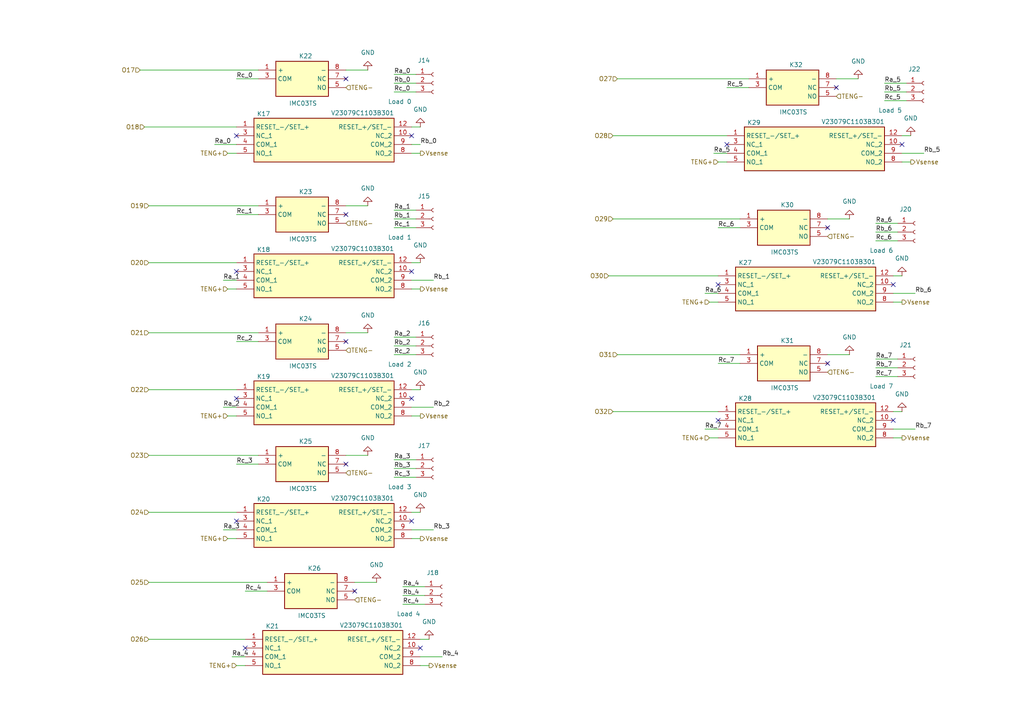
<source format=kicad_sch>
(kicad_sch (version 20231120) (generator "eeschema") (generator_version "8.0")
  (paper "A4")
  (lib_symbols
    (symbol "Connector:Conn_01x03_Socket" (pin_names (offset 1.016) hide)
      (property "Reference" "J" (at 0 5.08 0))
      (property "Value" "Conn_01x03_Socket" (at 0 -5.08 0))
      (symbol "Conn_01x03_Socket_1_1"
        (arc (start 0 -2.032) (mid -0.5058 -2.54) (end 0 -3.048) (stroke (width 0.1524)))
        (polyline (pts (xy -1.27 -2.54) (xy -0.508 -2.54)) (stroke (width 0.1524)))
        (polyline (pts (xy -1.27 0) (xy -0.508 0)) (stroke (width 0.1524)))
        (polyline (pts (xy -1.27 2.54) (xy -0.508 2.54)) (stroke (width 0.1524)))
        (arc (start 0 0.508) (mid -0.5058 0) (end 0 -0.508) (stroke (width 0.1524)))
        (arc (start 0 3.048) (mid -0.5058 2.54) (end 0 2.032) (stroke (width 0.1524)))
        (pin passive line (at -5.08 2.54 0) (length 3.81) (name "Pin_1") (number "1"))
        (pin passive line (at -5.08 0 0) (length 3.81) (name "Pin_2") (number "2"))
        (pin passive line (at -5.08 -2.54 0) (length 3.81) (name "Pin_3") (number "3"))
      )
    )
    (symbol "SamacSys_Parts:IMC03TS"
      (property "Reference" "K" (at 21.59 7.62 0))
      (property "Value" "IMC03TS" (at 21.59 5.08 0))
      (symbol "IMC03TS_1_1"
        (rectangle (start 5.08 2.54) (end 20.32 -7.62) (stroke (width 0.254)) (fill (type background)))
        (pin passive line (at 0 0 0) (length 5.08) (name "+") (number "1"))
        (pin passive line (at 0 -2.54 0) (length 5.08) (name "COM") (number "3"))
        (pin passive line (at 25.4 -5.08 180) (length 5.08) (name "NO") (number "5"))
        (pin no_connect line (at 25.4 -2.54 180) (length 5.08) (name "NC") (number "7"))
        (pin passive line (at 25.4 0 180) (length 5.08) (name "-") (number "8"))
      )
    )
    (symbol "SamacSys_Parts:V23079C1103B301"
      (property "Reference" "K" (at 46.99 7.62 0))
      (property "Value" "V23079C1103B301" (at 46.99 5.08 0))
      (symbol "V23079C1103B301_1_1"
        (rectangle (start 5.08 2.54) (end 45.72 -10.16) (stroke (width 0.254)) (fill (type background)))
        (pin passive line (at 0 0 0) (length 5.08) (name "RESET_-/SET_+") (number "1"))
        (pin passive line (at 50.8 -2.54 180) (length 5.08) (name "NC_2") (number "10"))
        (pin passive line (at 50.8 0 180) (length 5.08) (name "RESET_+/SET_-") (number "12"))
        (pin passive line (at 0 -2.54 0) (length 5.08) (name "NC_1") (number "3"))
        (pin passive line (at 0 -5.08 0) (length 5.08) (name "COM_1") (number "4"))
        (pin passive line (at 0 -7.62 0) (length 5.08) (name "NO_1") (number "5"))
        (pin passive line (at 50.8 -7.62 180) (length 5.08) (name "NO_2") (number "8"))
        (pin passive line (at 50.8 -5.08 180) (length 5.08) (name "COM_2") (number "9"))
      )
    )
    (symbol "power:GND" (power) (pin_numbers hide) (pin_names (offset 0) hide)
      (property "Value" "GND" (at 0 -3.81 0))
      (symbol "GND_0_1"
        (polyline (pts (xy 0 0) (xy 0 -1.27) (xy 1.27 -1.27) (xy 0 -2.54) (xy -1.27 -1.27) (xy 0 -1.27)))
      )
      (symbol "GND_1_1"
        (pin power_in line (at 0 0 270) (length 0) (name "~") (number "1"))
      )
    )
  )
  (no_connect (at 208.28 82.55))
  (no_connect (at 102.87 171.45))
  (no_connect (at 121.92 187.96))
  (no_connect (at 119.38 115.57))
  (no_connect (at 68.58 78.74))
  (no_connect (at 242.57 25.4))
  (no_connect (at 119.38 151.13))
  (no_connect (at 100.33 134.62))
  (no_connect (at 68.58 39.37))
  (no_connect (at 100.33 22.86))
  (no_connect (at 259.08 82.55))
  (no_connect (at 71.12 187.96))
  (no_connect (at 259.08 121.92))
  (no_connect (at 208.28 121.92))
  (no_connect (at 100.33 62.23))
  (no_connect (at 240.03 66.04))
  (no_connect (at 68.58 115.57))
  (no_connect (at 210.82 41.91))
  (no_connect (at 240.03 105.41))
  (no_connect (at 119.38 78.74))
  (no_connect (at 261.62 41.91))
  (no_connect (at 68.58 151.13))
  (no_connect (at 100.33 99.06))
  (no_connect (at 119.38 39.37))
  (wire (pts (xy 66.04 44.45) (xy 68.58 44.45)))
  (wire (pts (xy 106.68 59.69) (xy 100.33 59.69)))
  (wire (pts (xy 208.28 105.41) (xy 214.63 105.41)))
  (wire (pts (xy 246.38 102.87) (xy 240.03 102.87)))
  (wire (pts (xy 121.92 76.2) (xy 119.38 76.2)))
  (wire (pts (xy 119.38 81.28) (xy 125.73 81.28)))
  (wire (pts (xy 254 67.31) (xy 260.35 67.31)))
  (wire (pts (xy 114.3 102.87) (xy 120.65 102.87)))
  (wire (pts (xy 254 106.68) (xy 260.35 106.68)))
  (wire (pts (xy 64.77 118.11) (xy 68.58 118.11)))
  (wire (pts (xy 121.92 156.21) (xy 119.38 156.21)))
  (wire (pts (xy 246.38 63.5) (xy 240.03 63.5)))
  (wire (pts (xy 114.3 135.89) (xy 120.65 135.89)))
  (wire (pts (xy 124.46 193.04) (xy 121.92 193.04)))
  (wire (pts (xy 66.04 120.65) (xy 68.58 120.65)))
  (wire (pts (xy 179.07 22.86) (xy 217.17 22.86)))
  (wire (pts (xy 43.18 148.59) (xy 68.58 148.59)))
  (wire (pts (xy 114.3 97.79) (xy 120.65 97.79)))
  (wire (pts (xy 254 109.22) (xy 260.35 109.22)))
  (wire (pts (xy 119.38 118.11) (xy 125.73 118.11)))
  (wire (pts (xy 208.28 46.99) (xy 210.82 46.99)))
  (wire (pts (xy 248.92 22.86) (xy 242.57 22.86)))
  (wire (pts (xy 114.3 100.33) (xy 120.65 100.33)))
  (wire (pts (xy 43.18 59.69) (xy 74.93 59.69)))
  (wire (pts (xy 204.47 85.09) (xy 208.28 85.09)))
  (wire (pts (xy 177.8 119.38) (xy 208.28 119.38)))
  (wire (pts (xy 114.3 60.96) (xy 120.65 60.96)))
  (wire (pts (xy 121.92 120.65) (xy 119.38 120.65)))
  (wire (pts (xy 116.84 175.26) (xy 123.19 175.26)))
  (wire (pts (xy 261.62 80.01) (xy 259.08 80.01)))
  (wire (pts (xy 119.38 153.67) (xy 125.73 153.67)))
  (wire (pts (xy 114.3 26.67) (xy 120.65 26.67)))
  (wire (pts (xy 114.3 138.43) (xy 120.65 138.43)))
  (wire (pts (xy 68.58 193.04) (xy 71.12 193.04)))
  (wire (pts (xy 106.68 20.32) (xy 100.33 20.32)))
  (wire (pts (xy 121.92 83.82) (xy 119.38 83.82)))
  (wire (pts (xy 40.64 20.32) (xy 74.93 20.32)))
  (wire (pts (xy 43.18 96.52) (xy 74.93 96.52)))
  (wire (pts (xy 121.92 148.59) (xy 119.38 148.59)))
  (wire (pts (xy 207.01 44.45) (xy 210.82 44.45)))
  (wire (pts (xy 205.74 127) (xy 208.28 127)))
  (wire (pts (xy 121.92 190.5) (xy 128.27 190.5)))
  (wire (pts (xy 205.74 87.63) (xy 208.28 87.63)))
  (wire (pts (xy 177.8 63.5) (xy 214.63 63.5)))
  (wire (pts (xy 109.22 168.91) (xy 102.87 168.91)))
  (wire (pts (xy 43.18 168.91) (xy 77.47 168.91)))
  (wire (pts (xy 256.54 29.21) (xy 262.89 29.21)))
  (wire (pts (xy 121.92 41.91) (xy 119.38 41.91)))
  (wire (pts (xy 68.58 99.06) (xy 74.93 99.06)))
  (wire (pts (xy 68.58 134.62) (xy 74.93 134.62)))
  (wire (pts (xy 124.46 185.42) (xy 121.92 185.42)))
  (wire (pts (xy 259.08 85.09) (xy 265.43 85.09)))
  (wire (pts (xy 121.92 44.45) (xy 119.38 44.45)))
  (wire (pts (xy 114.3 63.5) (xy 120.65 63.5)))
  (wire (pts (xy 43.18 132.08) (xy 74.93 132.08)))
  (wire (pts (xy 261.62 44.45) (xy 267.97 44.45)))
  (wire (pts (xy 261.62 119.38) (xy 259.08 119.38)))
  (wire (pts (xy 256.54 24.13) (xy 262.89 24.13)))
  (wire (pts (xy 261.62 127) (xy 259.08 127)))
  (wire (pts (xy 66.04 156.21) (xy 68.58 156.21)))
  (wire (pts (xy 264.16 39.37) (xy 261.62 39.37)))
  (wire (pts (xy 43.18 185.42) (xy 71.12 185.42)))
  (wire (pts (xy 67.31 190.5) (xy 71.12 190.5)))
  (wire (pts (xy 43.18 113.03) (xy 68.58 113.03)))
  (wire (pts (xy 116.84 172.72) (xy 123.19 172.72)))
  (wire (pts (xy 121.92 113.03) (xy 119.38 113.03)))
  (wire (pts (xy 254 104.14) (xy 260.35 104.14)))
  (wire (pts (xy 116.84 170.18) (xy 123.19 170.18)))
  (wire (pts (xy 114.3 24.13) (xy 120.65 24.13)))
  (wire (pts (xy 254 64.77) (xy 260.35 64.77)))
  (wire (pts (xy 68.58 62.23) (xy 74.93 62.23)))
  (wire (pts (xy 66.04 83.82) (xy 68.58 83.82)))
  (wire (pts (xy 121.92 36.83) (xy 119.38 36.83)))
  (wire (pts (xy 254 69.85) (xy 260.35 69.85)))
  (wire (pts (xy 259.08 124.46) (xy 265.43 124.46)))
  (wire (pts (xy 204.47 124.46) (xy 208.28 124.46)))
  (wire (pts (xy 114.3 21.59) (xy 120.65 21.59)))
  (wire (pts (xy 64.77 81.28) (xy 68.58 81.28)))
  (wire (pts (xy 43.18 76.2) (xy 68.58 76.2)))
  (wire (pts (xy 62.23 41.91) (xy 68.58 41.91)))
  (wire (pts (xy 106.68 132.08) (xy 100.33 132.08)))
  (wire (pts (xy 177.8 39.37) (xy 210.82 39.37)))
  (wire (pts (xy 256.54 26.67) (xy 262.89 26.67)))
  (wire (pts (xy 106.68 96.52) (xy 100.33 96.52)))
  (wire (pts (xy 176.53 80.01) (xy 208.28 80.01)))
  (wire (pts (xy 261.62 87.63) (xy 259.08 87.63)))
  (wire (pts (xy 41.91 36.83) (xy 68.58 36.83)))
  (wire (pts (xy 71.12 171.45) (xy 77.47 171.45)))
  (wire (pts (xy 68.58 22.86) (xy 74.93 22.86)))
  (wire (pts (xy 179.07 102.87) (xy 214.63 102.87)))
  (wire (pts (xy 64.77 153.67) (xy 68.58 153.67)))
  (wire (pts (xy 264.16 46.99) (xy 261.62 46.99)))
  (wire (pts (xy 114.3 133.35) (xy 120.65 133.35)))
  (wire (pts (xy 210.82 25.4) (xy 217.17 25.4)))
  (wire (pts (xy 114.3 66.04) (xy 120.65 66.04)))
  (wire (pts (xy 208.28 66.04) (xy 214.63 66.04)))
  (label "Ra_4" (at 67.31 190.5 0))
  (label "Rc_3" (at 114.3 138.43 0))
  (label "Rc_7" (at 208.28 105.41 0))
  (label "Ra_1" (at 64.77 81.28 0))
  (label "Ra_1" (at 114.3 60.96 0))
  (label "Ra_7" (at 204.47 124.46 0))
  (label "Rc_2" (at 68.58 99.06 0))
  (label "Rb_3" (at 114.3 135.89 0))
  (label "Rb_2" (at 125.73 118.11 0))
  (label "Rb_1" (at 125.73 81.28 0))
  (label "Ra_6" (at 254 64.77 0))
  (label "Ra_4" (at 116.84 170.18 0))
  (label "Rc_6" (at 254 69.85 0))
  (label "Rc_3" (at 68.58 134.62 0))
  (label "Ra_2" (at 64.77 118.11 0))
  (label "Rb_7" (at 254 106.68 0))
  (label "Rc_4" (at 71.12 171.45 0))
  (label "Rc_0" (at 114.3 26.67 0))
  (label "Rb_6" (at 254 67.31 0))
  (label "Rc_6" (at 208.28 66.04 0))
  (label "Rc_7" (at 254 109.22 0))
  (label "Ra_6" (at 204.47 85.09 0))
  (label "Ra_2" (at 114.3 97.79 0))
  (label "Rb_0" (at 114.3 24.13 0))
  (label "Ra_5" (at 207.01 44.45 0))
  (label "Ra_3" (at 64.77 153.67 0))
  (label "Rb_1" (at 114.3 63.5 0))
  (label "Rb_4" (at 128.27 190.5 0))
  (label "Rc_1" (at 114.3 66.04 0))
  (label "Rc_4" (at 116.84 175.26 0))
  (label "Rb_5" (at 256.54 26.67 0))
  (label "Ra_0" (at 62.23 41.91 0))
  (label "Ra_3" (at 114.3 133.35 0))
  (label "Rb_0" (at 121.92 41.91 0))
  (label "Rb_4" (at 116.84 172.72 0))
  (label "Rb_2" (at 114.3 100.33 0))
  (label "Rb_7" (at 265.43 124.46 0))
  (label "Ra_5" (at 256.54 24.13 0))
  (label "Rc_2" (at 114.3 102.87 0))
  (label "Rb_3" (at 125.73 153.67 0))
  (label "Rc_5" (at 210.82 25.4 0))
  (label "Rc_5" (at 256.54 29.21 0))
  (label "Ra_7" (at 254 104.14 0))
  (label "Rc_0" (at 68.58 22.86 0))
  (label "Rc_1" (at 68.58 62.23 0))
  (label "Rb_6" (at 265.43 85.09 0))
  (label "Ra_0" (at 114.3 21.59 0))
  (label "Rb_5" (at 267.97 44.45 0))
  (hierarchical_label "O18" (shape input) (at 41.91 36.83 180))
  (hierarchical_label "TENG+" (shape input) (at 66.04 120.65 180))
  (hierarchical_label "O23" (shape input) (at 43.18 132.08 180))
  (hierarchical_label "O28" (shape input) (at 177.8 39.37 180))
  (hierarchical_label "O26" (shape input) (at 43.18 185.42 180))
  (hierarchical_label "TENG+" (shape input) (at 66.04 44.45 180))
  (hierarchical_label "TENG-" (shape input) (at 100.33 137.16 0))
  (hierarchical_label "O20" (shape input) (at 43.18 76.2 180))
  (hierarchical_label "O21" (shape input) (at 43.18 96.52 180))
  (hierarchical_label "O19" (shape input) (at 43.18 59.69 180))
  (hierarchical_label "Vsense" (shape output) (at 264.16 46.99 0))
  (hierarchical_label "Vsense" (shape output) (at 121.92 156.21 0))
  (hierarchical_label "TENG-" (shape input) (at 100.33 64.77 0))
  (hierarchical_label "TENG+" (shape input) (at 66.04 156.21 180))
  (hierarchical_label "TENG-" (shape input) (at 240.03 68.58 0))
  (hierarchical_label "O22" (shape input) (at 43.18 113.03 180))
  (hierarchical_label "O32" (shape input) (at 177.8 119.38 180))
  (hierarchical_label "O25" (shape input) (at 43.18 168.91 180))
  (hierarchical_label "O27" (shape input) (at 179.07 22.86 180))
  (hierarchical_label "TENG-" (shape input) (at 240.03 107.95 0))
  (hierarchical_label "Vsense" (shape output) (at 121.92 44.45 0))
  (hierarchical_label "TENG-" (shape input) (at 100.33 25.4 0))
  (hierarchical_label "Vsense" (shape output) (at 121.92 120.65 0))
  (hierarchical_label "O31" (shape input) (at 179.07 102.87 180))
  (hierarchical_label "TENG-" (shape input) (at 242.57 27.94 0))
  (hierarchical_label "TENG+" (shape input) (at 66.04 83.82 180))
  (hierarchical_label "O30" (shape input) (at 176.53 80.01 180))
  (hierarchical_label "TENG+" (shape input) (at 205.74 127 180))
  (hierarchical_label "O24" (shape input) (at 43.18 148.59 180))
  (hierarchical_label "Vsense" (shape output) (at 261.62 87.63 0))
  (hierarchical_label "Vsense" (shape output) (at 121.92 83.82 0))
  (hierarchical_label "Vsense" (shape output) (at 261.62 127 0))
  (hierarchical_label "TENG+" (shape input) (at 68.58 193.04 180))
  (hierarchical_label "TENG+" (shape input) (at 205.74 87.63 180))
  (hierarchical_label "TENG-" (shape input) (at 100.33 101.6 0))
  (hierarchical_label "O29" (shape input) (at 177.8 63.5 180))
  (hierarchical_label "Vsense" (shape output) (at 124.46 193.04 0))
  (hierarchical_label "TENG+" (shape input) (at 208.28 46.99 180))
  (hierarchical_label "O17" (shape input) (at 40.64 20.32 180))
  (hierarchical_label "TENG-" (shape input) (at 102.87 173.99 0))
  (symbol (lib_id "power:GND") (at 121.92 113.03 0) (mirror x) (unit 1)
    (property "Reference" "#PWR019" (effects (hide yes)))
    (property "Value" "GND" (at 121.92 107.95 0))
    (property "Description" "Power symbol creates a global label with name \"GND\" , ground" (effects (hide yes)))
  )
  (symbol (lib_id "power:GND") (at 106.68 20.32 0) (mirror x) (unit 1)
    (property "Reference" "#PWR06" (effects (hide yes)))
    (property "Value" "GND" (at 106.68 15.24 0))
    (property "Description" "Power symbol creates a global label with name \"GND\" , ground" (effects (hide yes)))
  )
  (symbol (lib_id "SamacSys_Parts:V23079C1103B301") (at 68.58 76.2 0) (unit 1)
    (property "Reference" "K18" (at 76.454 72.39 0))
    (property "Value" "V23079C1103B301" (at 105.156 72.136 0))
    (property "Footprint" "SamacSys_Parts:V23079A1001B301" (effects (hide yes)))
    (property "Datasheet" "https://www.te.com/commerce/DocumentDelivery/DDEController?Action=showdoc&DocId=Specification+Or+Standard%7F108-98002%7FZ5%7Fpdf%7FEnglish%7FENG_SS_108-98002_Z5.pdf%7F4-1393788-8" (effects (hide yes)))
    (property "Description" "Relay,signal,PCB,DPDT,2A,12Vdc,latching" (effects (hide yes)))
    (property "Height" "9" (effects (hide yes)))
    (property "Manufacturer_Name" "TE Connectivity" (effects (hide yes)))
    (property "Manufacturer_Part_Number" "V23079C1103B301" (effects (hide yes)))
    (property "Mouser Part Number" "655-V23079C1103B301" (effects (hide yes)))
    (property "Mouser Price/Stock" "https://www.mouser.co.uk/ProductDetail/TE-Connectivity-PB/V23079C1103B301?qs=CNrsY6Bml5mJjfpRR1yORw%3D%3D" (effects (hide yes)))
    (property "Arrow Part Number" "V23079C1103B301" (effects (hide yes)))
    (property "Arrow Price/Stock" "https://www.arrow.com/en/products/v23079c1103b301/te-connectivity?region=nac" (effects (hide yes)))
  )
  (symbol (lib_id "power:GND") (at 261.62 80.01 0) (mirror x) (unit 1)
    (property "Reference" "#PWR031" (effects (hide yes)))
    (property "Value" "GND" (at 261.62 74.93 0))
    (property "Description" "Power symbol creates a global label with name \"GND\" , ground" (effects (hide yes)))
  )
  (symbol (lib_id "SamacSys_Parts:V23079C1103B301") (at 71.12 185.42 0) (unit 1)
    (property "Reference" "K21" (at 78.994 181.61 0))
    (property "Value" "V23079C1103B301" (at 107.696 181.356 0))
    (property "Footprint" "SamacSys_Parts:V23079A1001B301" (effects (hide yes)))
    (property "Datasheet" "https://www.te.com/commerce/DocumentDelivery/DDEController?Action=showdoc&DocId=Specification+Or+Standard%7F108-98002%7FZ5%7Fpdf%7FEnglish%7FENG_SS_108-98002_Z5.pdf%7F4-1393788-8" (effects (hide yes)))
    (property "Description" "Relay,signal,PCB,DPDT,2A,12Vdc,latching" (effects (hide yes)))
    (property "Height" "9" (effects (hide yes)))
    (property "Manufacturer_Name" "TE Connectivity" (effects (hide yes)))
    (property "Manufacturer_Part_Number" "V23079C1103B301" (effects (hide yes)))
    (property "Mouser Part Number" "655-V23079C1103B301" (effects (hide yes)))
    (property "Mouser Price/Stock" "https://www.mouser.co.uk/ProductDetail/TE-Connectivity-PB/V23079C1103B301?qs=CNrsY6Bml5mJjfpRR1yORw%3D%3D" (effects (hide yes)))
    (property "Arrow Part Number" "V23079C1103B301" (effects (hide yes)))
    (property "Arrow Price/Stock" "https://www.arrow.com/en/products/v23079c1103b301/te-connectivity?region=nac" (effects (hide yes)))
  )
  (symbol (lib_id "SamacSys_Parts:V23079C1103B301") (at 208.28 119.38 0) (unit 1)
    (property "Reference" "K28" (at 216.154 115.57 0))
    (property "Value" "V23079C1103B301" (at 244.856 115.316 0))
    (property "Footprint" "SamacSys_Parts:V23079A1001B301" (effects (hide yes)))
    (property "Datasheet" "https://www.te.com/commerce/DocumentDelivery/DDEController?Action=showdoc&DocId=Specification+Or+Standard%7F108-98002%7FZ5%7Fpdf%7FEnglish%7FENG_SS_108-98002_Z5.pdf%7F4-1393788-8" (effects (hide yes)))
    (property "Description" "Relay,signal,PCB,DPDT,2A,12Vdc,latching" (effects (hide yes)))
    (property "Height" "9" (effects (hide yes)))
    (property "Manufacturer_Name" "TE Connectivity" (effects (hide yes)))
    (property "Manufacturer_Part_Number" "V23079C1103B301" (effects (hide yes)))
    (property "Mouser Part Number" "655-V23079C1103B301" (effects (hide yes)))
    (property "Mouser Price/Stock" "https://www.mouser.co.uk/ProductDetail/TE-Connectivity-PB/V23079C1103B301?qs=CNrsY6Bml5mJjfpRR1yORw%3D%3D" (effects (hide yes)))
    (property "Arrow Part Number" "V23079C1103B301" (effects (hide yes)))
    (property "Arrow Price/Stock" "https://www.arrow.com/en/products/v23079c1103b301/te-connectivity?region=nac" (effects (hide yes)))
  )
  (symbol (lib_id "power:GND") (at 106.68 59.69 0) (mirror x) (unit 1)
    (property "Reference" "#PWR07" (effects (hide yes)))
    (property "Value" "GND" (at 106.68 54.61 0))
    (property "Description" "Power symbol creates a global label with name \"GND\" , ground" (effects (hide yes)))
  )
  (symbol (lib_id "power:GND") (at 264.16 39.37 0) (mirror x) (unit 1)
    (property "Reference" "#PWR044" (effects (hide yes)))
    (property "Value" "GND" (at 264.16 34.29 0))
    (property "Description" "Power symbol creates a global label with name \"GND\" , ground" (effects (hide yes)))
  )
  (symbol (lib_id "power:GND") (at 121.92 148.59 0) (mirror x) (unit 1)
    (property "Reference" "#PWR022" (effects (hide yes)))
    (property "Value" "GND" (at 121.92 143.51 0))
    (property "Description" "Power symbol creates a global label with name \"GND\" , ground" (effects (hide yes)))
  )
  (symbol (lib_id "power:GND") (at 124.46 185.42 0) (mirror x) (unit 1)
    (property "Reference" "#PWR023" (effects (hide yes)))
    (property "Value" "GND" (at 124.46 180.34 0))
    (property "Description" "Power symbol creates a global label with name \"GND\" , ground" (effects (hide yes)))
  )
  (symbol (lib_id "Connector:Conn_01x03_Socket") (at 265.43 67.31 0) (unit 1)
    (property "Reference" "J20" (at 260.858 60.706 0) (effects (justify left)))
    (property "Value" "Load 6" (at 252.222 72.644 0) (effects (justify left)))
    (property "Footprint" "Connector_PinHeader_2.54mm:PinHeader_1x03_P2.54mm_Vertical" (effects (hide yes)))
    (property "Description" "Generic connector, single row, 01x03, script generated" (effects (hide yes)))
  )
  (symbol (lib_id "Connector:Conn_01x03_Socket") (at 125.73 100.33 0) (unit 1)
    (property "Reference" "J16" (at 121.158 93.726 0) (effects (justify left)))
    (property "Value" "Load 2" (at 112.522 105.664 0) (effects (justify left)))
    (property "Footprint" "Connector_PinHeader_2.54mm:PinHeader_1x03_P2.54mm_Vertical" (effects (hide yes)))
    (property "Description" "Generic connector, single row, 01x03, script generated" (effects (hide yes)))
  )
  (symbol (lib_id "power:GND") (at 246.38 63.5 0) (mirror x) (unit 1)
    (property "Reference" "#PWR026" (effects (hide yes)))
    (property "Value" "GND" (at 246.38 58.42 0))
    (property "Description" "Power symbol creates a global label with name \"GND\" , ground" (effects (hide yes)))
  )
  (symbol (lib_id "SamacSys_Parts:IMC03TS") (at 74.93 20.32 0) (unit 1)
    (property "Reference" "K22" (at 88.646 16.256 0))
    (property "Value" "IMC03TS" (at 87.884 29.972 0))
    (property "Footprint" "SamacSys_Parts:IMC03TS" (effects (hide yes)))
    (property "Datasheet" "https://componentsearchengine.com/Datasheets/1/IMC03TS.pdf" (effects (hide yes)))
    (property "Description" "TE CONNECTIVITY - IMC03TS - RELAY, SIGNAL, SPDT, 30VDC, 2A" (effects (hide yes)))
    (property "Height" "5" (effects (hide yes)))
    (property "Manufacturer_Name" "TE Connectivity" (effects (hide yes)))
    (property "Manufacturer_Part_Number" "IMC03TS" (effects (hide yes)))
    (property "Mouser Part Number" "655-IMC03TS" (effects (hide yes)))
    (property "Mouser Price/Stock" "https://www.mouser.co.uk/ProductDetail/TE-Connectivity/IMC03TS?qs=cjQ5B1jJSzR1ZiTl5Tzf3w%3D%3D" (effects (hide yes)))
    (property "Arrow Part Number" "IMC03TS" (effects (hide yes)))
    (property "Arrow Price/Stock" "https://www.arrow.com/en/products/imc03ts/te-connectivity?region=nac" (effects (hide yes)))
  )
  (symbol (lib_id "SamacSys_Parts:V23079C1103B301") (at 68.58 148.59 0) (unit 1)
    (property "Reference" "K20" (at 76.454 144.78 0))
    (property "Value" "V23079C1103B301" (at 105.156 144.526 0))
    (property "Footprint" "SamacSys_Parts:V23079A1001B301" (effects (hide yes)))
    (property "Datasheet" "https://www.te.com/commerce/DocumentDelivery/DDEController?Action=showdoc&DocId=Specification+Or+Standard%7F108-98002%7FZ5%7Fpdf%7FEnglish%7FENG_SS_108-98002_Z5.pdf%7F4-1393788-8" (effects (hide yes)))
    (property "Description" "Relay,signal,PCB,DPDT,2A,12Vdc,latching" (effects (hide yes)))
    (property "Height" "9" (effects (hide yes)))
    (property "Manufacturer_Name" "TE Connectivity" (effects (hide yes)))
    (property "Manufacturer_Part_Number" "V23079C1103B301" (effects (hide yes)))
    (property "Mouser Part Number" "655-V23079C1103B301" (effects (hide yes)))
    (property "Mouser Price/Stock" "https://www.mouser.co.uk/ProductDetail/TE-Connectivity-PB/V23079C1103B301?qs=CNrsY6Bml5mJjfpRR1yORw%3D%3D" (effects (hide yes)))
    (property "Arrow Part Number" "V23079C1103B301" (effects (hide yes)))
    (property "Arrow Price/Stock" "https://www.arrow.com/en/products/v23079c1103b301/te-connectivity?region=nac" (effects (hide yes)))
  )
  (symbol (lib_id "SamacSys_Parts:IMC03TS") (at 74.93 59.69 0) (unit 1)
    (property "Reference" "K23" (at 88.646 55.626 0))
    (property "Value" "IMC03TS" (at 87.884 69.342 0))
    (property "Footprint" "SamacSys_Parts:IMC03TS" (effects (hide yes)))
    (property "Datasheet" "https://componentsearchengine.com/Datasheets/1/IMC03TS.pdf" (effects (hide yes)))
    (property "Description" "TE CONNECTIVITY - IMC03TS - RELAY, SIGNAL, SPDT, 30VDC, 2A" (effects (hide yes)))
    (property "Height" "5" (effects (hide yes)))
    (property "Manufacturer_Name" "TE Connectivity" (effects (hide yes)))
    (property "Manufacturer_Part_Number" "IMC03TS" (effects (hide yes)))
    (property "Mouser Part Number" "655-IMC03TS" (effects (hide yes)))
    (property "Mouser Price/Stock" "https://www.mouser.co.uk/ProductDetail/TE-Connectivity/IMC03TS?qs=cjQ5B1jJSzR1ZiTl5Tzf3w%3D%3D" (effects (hide yes)))
    (property "Arrow Part Number" "IMC03TS" (effects (hide yes)))
    (property "Arrow Price/Stock" "https://www.arrow.com/en/products/imc03ts/te-connectivity?region=nac" (effects (hide yes)))
  )
  (symbol (lib_id "Connector:Conn_01x03_Socket") (at 128.27 172.72 0) (unit 1)
    (property "Reference" "J18" (at 123.698 166.116 0) (effects (justify left)))
    (property "Value" "Load 4" (at 115.062 178.054 0) (effects (justify left)))
    (property "Footprint" "Connector_PinHeader_2.54mm:PinHeader_1x03_P2.54mm_Vertical" (effects (hide yes)))
    (property "Description" "Generic connector, single row, 01x03, script generated" (effects (hide yes)))
  )
  (symbol (lib_id "power:GND") (at 106.68 96.52 0) (mirror x) (unit 1)
    (property "Reference" "#PWR010" (effects (hide yes)))
    (property "Value" "GND" (at 106.68 91.44 0))
    (property "Description" "Power symbol creates a global label with name \"GND\" , ground" (effects (hide yes)))
  )
  (symbol (lib_id "power:GND") (at 109.22 168.91 0) (mirror x) (unit 1)
    (property "Reference" "#PWR014" (effects (hide yes)))
    (property "Value" "GND" (at 109.22 163.83 0))
    (property "Description" "Power symbol creates a global label with name \"GND\" , ground" (effects (hide yes)))
  )
  (symbol (lib_id "SamacSys_Parts:V23079C1103B301") (at 210.82 39.37 0) (unit 1)
    (property "Reference" "K29" (at 218.694 35.56 0))
    (property "Value" "V23079C1103B301" (at 247.396 35.306 0))
    (property "Footprint" "SamacSys_Parts:V23079A1001B301" (effects (hide yes)))
    (property "Datasheet" "https://www.te.com/commerce/DocumentDelivery/DDEController?Action=showdoc&DocId=Specification+Or+Standard%7F108-98002%7FZ5%7Fpdf%7FEnglish%7FENG_SS_108-98002_Z5.pdf%7F4-1393788-8" (effects (hide yes)))
    (property "Description" "Relay,signal,PCB,DPDT,2A,12Vdc,latching" (effects (hide yes)))
    (property "Height" "9" (effects (hide yes)))
    (property "Manufacturer_Name" "TE Connectivity" (effects (hide yes)))
    (property "Manufacturer_Part_Number" "V23079C1103B301" (effects (hide yes)))
    (property "Mouser Part Number" "655-V23079C1103B301" (effects (hide yes)))
    (property "Mouser Price/Stock" "https://www.mouser.co.uk/ProductDetail/TE-Connectivity-PB/V23079C1103B301?qs=CNrsY6Bml5mJjfpRR1yORw%3D%3D" (effects (hide yes)))
    (property "Arrow Part Number" "V23079C1103B301" (effects (hide yes)))
    (property "Arrow Price/Stock" "https://www.arrow.com/en/products/v23079c1103b301/te-connectivity?region=nac" (effects (hide yes)))
  )
  (symbol (lib_id "SamacSys_Parts:IMC03TS") (at 74.93 96.52 0) (unit 1)
    (property "Reference" "K24" (at 88.646 92.456 0))
    (property "Value" "IMC03TS" (at 87.884 106.172 0))
    (property "Footprint" "SamacSys_Parts:IMC03TS" (effects (hide yes)))
    (property "Datasheet" "https://componentsearchengine.com/Datasheets/1/IMC03TS.pdf" (effects (hide yes)))
    (property "Description" "TE CONNECTIVITY - IMC03TS - RELAY, SIGNAL, SPDT, 30VDC, 2A" (effects (hide yes)))
    (property "Height" "5" (effects (hide yes)))
    (property "Manufacturer_Name" "TE Connectivity" (effects (hide yes)))
    (property "Manufacturer_Part_Number" "IMC03TS" (effects (hide yes)))
    (property "Mouser Part Number" "655-IMC03TS" (effects (hide yes)))
    (property "Mouser Price/Stock" "https://www.mouser.co.uk/ProductDetail/TE-Connectivity/IMC03TS?qs=cjQ5B1jJSzR1ZiTl5Tzf3w%3D%3D" (effects (hide yes)))
    (property "Arrow Part Number" "IMC03TS" (effects (hide yes)))
    (property "Arrow Price/Stock" "https://www.arrow.com/en/products/imc03ts/te-connectivity?region=nac" (effects (hide yes)))
  )
  (symbol (lib_id "SamacSys_Parts:V23079C1103B301") (at 208.28 80.01 0) (unit 1)
    (property "Reference" "K27" (at 216.154 76.2 0))
    (property "Value" "V23079C1103B301" (at 244.856 75.946 0))
    (property "Footprint" "SamacSys_Parts:V23079A1001B301" (effects (hide yes)))
    (property "Datasheet" "https://www.te.com/commerce/DocumentDelivery/DDEController?Action=showdoc&DocId=Specification+Or+Standard%7F108-98002%7FZ5%7Fpdf%7FEnglish%7FENG_SS_108-98002_Z5.pdf%7F4-1393788-8" (effects (hide yes)))
    (property "Description" "Relay,signal,PCB,DPDT,2A,12Vdc,latching" (effects (hide yes)))
    (property "Height" "9" (effects (hide yes)))
    (property "Manufacturer_Name" "TE Connectivity" (effects (hide yes)))
    (property "Manufacturer_Part_Number" "V23079C1103B301" (effects (hide yes)))
    (property "Mouser Part Number" "655-V23079C1103B301" (effects (hide yes)))
    (property "Mouser Price/Stock" "https://www.mouser.co.uk/ProductDetail/TE-Connectivity-PB/V23079C1103B301?qs=CNrsY6Bml5mJjfpRR1yORw%3D%3D" (effects (hide yes)))
    (property "Arrow Part Number" "V23079C1103B301" (effects (hide yes)))
    (property "Arrow Price/Stock" "https://www.arrow.com/en/products/v23079c1103b301/te-connectivity?region=nac" (effects (hide yes)))
  )
  (symbol (lib_id "power:GND") (at 248.92 22.86 0) (mirror x) (unit 1)
    (property "Reference" "#PWR030" (effects (hide yes)))
    (property "Value" "GND" (at 248.92 17.78 0))
    (property "Description" "Power symbol creates a global label with name \"GND\" , ground" (effects (hide yes)))
  )
  (symbol (lib_id "power:GND") (at 246.38 102.87 0) (mirror x) (unit 1)
    (property "Reference" "#PWR027" (effects (hide yes)))
    (property "Value" "GND" (at 246.38 97.79 0))
    (property "Description" "Power symbol creates a global label with name \"GND\" , ground" (effects (hide yes)))
  )
  (symbol (lib_id "Connector:Conn_01x03_Socket") (at 265.43 106.68 0) (unit 1)
    (property "Reference" "J21" (at 260.858 100.076 0) (effects (justify left)))
    (property "Value" "Load 7" (at 252.222 112.014 0) (effects (justify left)))
    (property "Footprint" "Connector_PinHeader_2.54mm:PinHeader_1x03_P2.54mm_Vertical" (effects (hide yes)))
    (property "Description" "Generic connector, single row, 01x03, script generated" (effects (hide yes)))
  )
  (symbol (lib_id "SamacSys_Parts:V23079C1103B301") (at 68.58 113.03 0) (unit 1)
    (property "Reference" "K19" (at 76.454 109.22 0))
    (property "Value" "V23079C1103B301" (at 105.156 108.966 0))
    (property "Footprint" "SamacSys_Parts:V23079A1001B301" (effects (hide yes)))
    (property "Datasheet" "https://www.te.com/commerce/DocumentDelivery/DDEController?Action=showdoc&DocId=Specification+Or+Standard%7F108-98002%7FZ5%7Fpdf%7FEnglish%7FENG_SS_108-98002_Z5.pdf%7F4-1393788-8" (effects (hide yes)))
    (property "Description" "Relay,signal,PCB,DPDT,2A,12Vdc,latching" (effects (hide yes)))
    (property "Height" "9" (effects (hide yes)))
    (property "Manufacturer_Name" "TE Connectivity" (effects (hide yes)))
    (property "Manufacturer_Part_Number" "V23079C1103B301" (effects (hide yes)))
    (property "Mouser Part Number" "655-V23079C1103B301" (effects (hide yes)))
    (property "Mouser Price/Stock" "https://www.mouser.co.uk/ProductDetail/TE-Connectivity-PB/V23079C1103B301?qs=CNrsY6Bml5mJjfpRR1yORw%3D%3D" (effects (hide yes)))
    (property "Arrow Part Number" "V23079C1103B301" (effects (hide yes)))
    (property "Arrow Price/Stock" "https://www.arrow.com/en/products/v23079c1103b301/te-connectivity?region=nac" (effects (hide yes)))
  )
  (symbol (lib_id "SamacSys_Parts:IMC03TS") (at 74.93 132.08 0) (unit 1)
    (property "Reference" "K25" (at 88.646 128.016 0))
    (property "Value" "IMC03TS" (at 87.884 141.732 0))
    (property "Footprint" "SamacSys_Parts:IMC03TS" (effects (hide yes)))
    (property "Datasheet" "https://componentsearchengine.com/Datasheets/1/IMC03TS.pdf" (effects (hide yes)))
    (property "Description" "TE CONNECTIVITY - IMC03TS - RELAY, SIGNAL, SPDT, 30VDC, 2A" (effects (hide yes)))
    (property "Height" "5" (effects (hide yes)))
    (property "Manufacturer_Name" "TE Connectivity" (effects (hide yes)))
    (property "Manufacturer_Part_Number" "IMC03TS" (effects (hide yes)))
    (property "Mouser Part Number" "655-IMC03TS" (effects (hide yes)))
    (property "Mouser Price/Stock" "https://www.mouser.co.uk/ProductDetail/TE-Connectivity/IMC03TS?qs=cjQ5B1jJSzR1ZiTl5Tzf3w%3D%3D" (effects (hide yes)))
    (property "Arrow Part Number" "IMC03TS" (effects (hide yes)))
    (property "Arrow Price/Stock" "https://www.arrow.com/en/products/imc03ts/te-connectivity?region=nac" (effects (hide yes)))
  )
  (symbol (lib_id "power:GND") (at 106.68 132.08 0) (mirror x) (unit 1)
    (property "Reference" "#PWR011" (effects (hide yes)))
    (property "Value" "GND" (at 106.68 127 0))
    (property "Description" "Power symbol creates a global label with name \"GND\" , ground" (effects (hide yes)))
  )
  (symbol (lib_id "SamacSys_Parts:IMC03TS") (at 217.17 22.86 0) (unit 1)
    (property "Reference" "K32" (at 230.886 18.796 0))
    (property "Value" "IMC03TS" (at 230.124 32.512 0))
    (property "Footprint" "SamacSys_Parts:IMC03TS" (effects (hide yes)))
    (property "Datasheet" "https://componentsearchengine.com/Datasheets/1/IMC03TS.pdf" (effects (hide yes)))
    (property "Description" "TE CONNECTIVITY - IMC03TS - RELAY, SIGNAL, SPDT, 30VDC, 2A" (effects (hide yes)))
    (property "Height" "5" (effects (hide yes)))
    (property "Manufacturer_Name" "TE Connectivity" (effects (hide yes)))
    (property "Manufacturer_Part_Number" "IMC03TS" (effects (hide yes)))
    (property "Mouser Part Number" "655-IMC03TS" (effects (hide yes)))
    (property "Mouser Price/Stock" "https://www.mouser.co.uk/ProductDetail/TE-Connectivity/IMC03TS?qs=cjQ5B1jJSzR1ZiTl5Tzf3w%3D%3D" (effects (hide yes)))
    (property "Arrow Part Number" "IMC03TS" (effects (hide yes)))
    (property "Arrow Price/Stock" "https://www.arrow.com/en/products/imc03ts/te-connectivity?region=nac" (effects (hide yes)))
  )
  (symbol (lib_id "SamacSys_Parts:IMC03TS") (at 77.47 168.91 0) (unit 1)
    (property "Reference" "K26" (at 91.186 164.846 0))
    (property "Value" "IMC03TS" (at 90.424 178.562 0))
    (property "Footprint" "SamacSys_Parts:IMC03TS" (effects (hide yes)))
    (property "Datasheet" "https://componentsearchengine.com/Datasheets/1/IMC03TS.pdf" (effects (hide yes)))
    (property "Description" "TE CONNECTIVITY - IMC03TS - RELAY, SIGNAL, SPDT, 30VDC, 2A" (effects (hide yes)))
    (property "Height" "5" (effects (hide yes)))
    (property "Manufacturer_Name" "TE Connectivity" (effects (hide yes)))
    (property "Manufacturer_Part_Number" "IMC03TS" (effects (hide yes)))
    (property "Mouser Part Number" "655-IMC03TS" (effects (hide yes)))
    (property "Mouser Price/Stock" "https://www.mouser.co.uk/ProductDetail/TE-Connectivity/IMC03TS?qs=cjQ5B1jJSzR1ZiTl5Tzf3w%3D%3D" (effects (hide yes)))
    (property "Arrow Part Number" "IMC03TS" (effects (hide yes)))
    (property "Arrow Price/Stock" "https://www.arrow.com/en/products/imc03ts/te-connectivity?region=nac" (effects (hide yes)))
  )
  (symbol (lib_id "power:GND") (at 121.92 76.2 0) (mirror x) (unit 1)
    (property "Reference" "#PWR018" (effects (hide yes)))
    (property "Value" "GND" (at 121.92 71.12 0))
    (property "Description" "Power symbol creates a global label with name \"GND\" , ground" (effects (hide yes)))
  )
  (symbol (lib_id "Connector:Conn_01x03_Socket") (at 267.97 26.67 0) (unit 1)
    (property "Reference" "J22" (at 263.398 20.066 0) (effects (justify left)))
    (property "Value" "Load 5" (at 254.762 32.004 0) (effects (justify left)))
    (property "Footprint" "Connector_PinHeader_2.54mm:PinHeader_1x03_P2.54mm_Vertical" (effects (hide yes)))
    (property "Description" "Generic connector, single row, 01x03, script generated" (effects (hide yes)))
  )
  (symbol (lib_id "SamacSys_Parts:IMC03TS") (at 214.63 63.5 0) (unit 1)
    (property "Reference" "K30" (at 228.346 59.436 0))
    (property "Value" "IMC03TS" (at 227.584 73.152 0))
    (property "Footprint" "SamacSys_Parts:IMC03TS" (effects (hide yes)))
    (property "Datasheet" "https://componentsearchengine.com/Datasheets/1/IMC03TS.pdf" (effects (hide yes)))
    (property "Description" "TE CONNECTIVITY - IMC03TS - RELAY, SIGNAL, SPDT, 30VDC, 2A" (effects (hide yes)))
    (property "Height" "5" (effects (hide yes)))
    (property "Manufacturer_Name" "TE Connectivity" (effects (hide yes)))
    (property "Manufacturer_Part_Number" "IMC03TS" (effects (hide yes)))
    (property "Mouser Part Number" "655-IMC03TS" (effects (hide yes)))
    (property "Mouser Price/Stock" "https://www.mouser.co.uk/ProductDetail/TE-Connectivity/IMC03TS?qs=cjQ5B1jJSzR1ZiTl5Tzf3w%3D%3D" (effects (hide yes)))
    (property "Arrow Part Number" "IMC03TS" (effects (hide yes)))
    (property "Arrow Price/Stock" "https://www.arrow.com/en/products/imc03ts/te-connectivity?region=nac" (effects (hide yes)))
  )
  (symbol (lib_id "SamacSys_Parts:IMC03TS") (at 214.63 102.87 0) (unit 1)
    (property "Reference" "K31" (at 228.346 98.806 0))
    (property "Value" "IMC03TS" (at 227.584 112.522 0))
    (property "Footprint" "SamacSys_Parts:IMC03TS" (effects (hide yes)))
    (property "Datasheet" "https://componentsearchengine.com/Datasheets/1/IMC03TS.pdf" (effects (hide yes)))
    (property "Description" "TE CONNECTIVITY - IMC03TS - RELAY, SIGNAL, SPDT, 30VDC, 2A" (effects (hide yes)))
    (property "Height" "5" (effects (hide yes)))
    (property "Manufacturer_Name" "TE Connectivity" (effects (hide yes)))
    (property "Manufacturer_Part_Number" "IMC03TS" (effects (hide yes)))
    (property "Mouser Part Number" "655-IMC03TS" (effects (hide yes)))
    (property "Mouser Price/Stock" "https://www.mouser.co.uk/ProductDetail/TE-Connectivity/IMC03TS?qs=cjQ5B1jJSzR1ZiTl5Tzf3w%3D%3D" (effects (hide yes)))
    (property "Arrow Part Number" "IMC03TS" (effects (hide yes)))
    (property "Arrow Price/Stock" "https://www.arrow.com/en/products/imc03ts/te-connectivity?region=nac" (effects (hide yes)))
  )
  (symbol (lib_id "Connector:Conn_01x03_Socket") (at 125.73 24.13 0) (unit 1)
    (property "Reference" "J14" (at 121.158 17.526 0) (effects (justify left)))
    (property "Value" "Load 0" (at 112.522 29.464 0) (effects (justify left)))
    (property "Footprint" "Connector_PinHeader_2.54mm:PinHeader_1x03_P2.54mm_Vertical" (effects (hide yes)))
    (property "Description" "Generic connector, single row, 01x03, script generated" (effects (hide yes)))
  )
  (symbol (lib_id "SamacSys_Parts:V23079C1103B301") (at 68.58 36.83 0) (unit 1)
    (property "Reference" "K17" (at 76.454 33.02 0))
    (property "Value" "V23079C1103B301" (at 105.156 32.766 0))
    (property "Footprint" "SamacSys_Parts:V23079A1001B301" (effects (hide yes)))
    (property "Datasheet" "https://www.te.com/commerce/DocumentDelivery/DDEController?Action=showdoc&DocId=Specification+Or+Standard%7F108-98002%7FZ5%7Fpdf%7FEnglish%7FENG_SS_108-98002_Z5.pdf%7F4-1393788-8" (effects (hide yes)))
    (property "Description" "Relay,signal,PCB,DPDT,2A,12Vdc,latching" (effects (hide yes)))
    (property "Height" "9" (effects (hide yes)))
    (property "Manufacturer_Name" "TE Connectivity" (effects (hide yes)))
    (property "Manufacturer_Part_Number" "V23079C1103B301" (effects (hide yes)))
    (property "Mouser Part Number" "655-V23079C1103B301" (effects (hide yes)))
    (property "Mouser Price/Stock" "https://www.mouser.co.uk/ProductDetail/TE-Connectivity-PB/V23079C1103B301?qs=CNrsY6Bml5mJjfpRR1yORw%3D%3D" (effects (hide yes)))
    (property "Arrow Part Number" "V23079C1103B301" (effects (hide yes)))
    (property "Arrow Price/Stock" "https://www.arrow.com/en/products/v23079c1103b301/te-connectivity?region=nac" (effects (hide yes)))
  )
  (symbol (lib_id "Connector:Conn_01x03_Socket") (at 125.73 135.89 0) (unit 1)
    (property "Reference" "J17" (at 121.158 129.286 0) (effects (justify left)))
    (property "Value" "Load 3" (at 112.522 141.224 0) (effects (justify left)))
    (property "Footprint" "Connector_PinHeader_2.54mm:PinHeader_1x03_P2.54mm_Vertical" (effects (hide yes)))
    (property "Description" "Generic connector, single row, 01x03, script generated" (effects (hide yes)))
  )
  (symbol (lib_id "power:GND") (at 261.62 119.38 0) (mirror x) (unit 1)
    (property "Reference" "#PWR041" (effects (hide yes)))
    (property "Value" "GND" (at 261.62 114.3 0))
    (property "Description" "Power symbol creates a global label with name \"GND\" , ground" (effects (hide yes)))
  )
  (symbol (lib_id "power:GND") (at 121.92 36.83 0) (mirror x) (unit 1)
    (property "Reference" "#PWR015" (effects (hide yes)))
    (property "Value" "GND" (at 121.92 31.75 0))
    (property "Description" "Power symbol creates a global label with name \"GND\" , ground" (effects (hide yes)))
  )
  (symbol (lib_id "Connector:Conn_01x03_Socket") (at 125.73 63.5 0) (unit 1)
    (property "Reference" "J15" (at 121.158 56.896 0) (effects (justify left)))
    (property "Value" "Load 1" (at 112.522 68.834 0) (effects (justify left)))
    (property "Footprint" "Connector_PinHeader_2.54mm:PinHeader_1x03_P2.54mm_Vertical" (effects (hide yes)))
    (property "Description" "Generic connector, single row, 01x03, script generated" (effects (hide yes)))
  )
)
</source>
